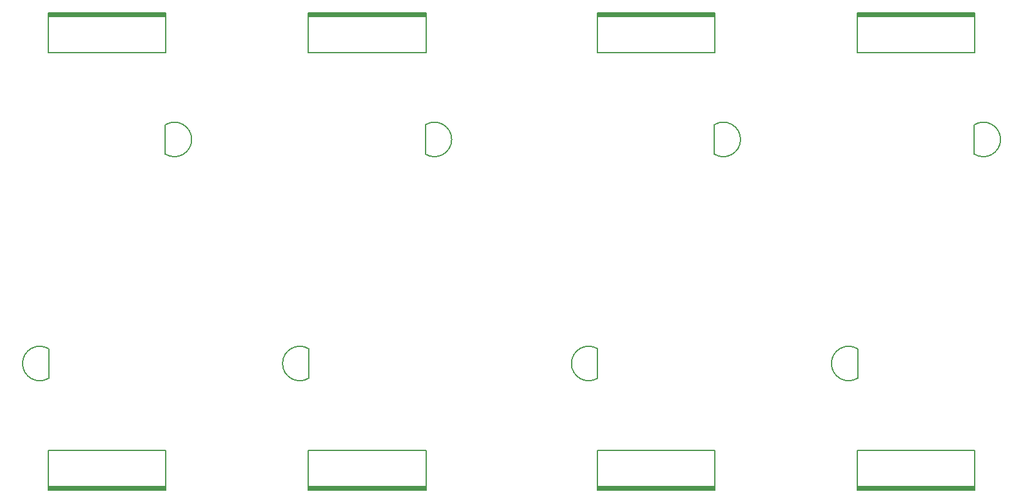
<source format=gbr>
%TF.GenerationSoftware,Altium Limited,Altium Designer,25.8.1 (18)*%
G04 Layer_Color=32896*
%FSLAX45Y45*%
%MOMM*%
%TF.SameCoordinates,304ADD41-B96C-4BE1-A440-764D1465AFBB*%
%TF.FilePolarity,Positive*%
%TF.FileFunction,Legend,Bot*%
%TF.Part,Single*%
G01*
G75*
%TA.AperFunction,NonConductor*%
%ADD90C,0.20000*%
%ADD95R,16.30000X0.54500*%
D90*
X1192868Y-1346638D02*
G03*
X1192868Y-1753362I-125101J-203362D01*
G01*
X2807132Y1346638D02*
G03*
X2807132Y1753362I125101J203362D01*
G01*
X6407132Y1346638D02*
G03*
X6407132Y1753362I125101J203362D01*
G01*
X-4792868Y1346638D02*
G03*
X-4792868Y1753362I125101J203362D01*
G01*
X-1192868Y1346638D02*
G03*
X-1192868Y1753362I125101J203362D01*
G01*
X-6407132Y-1346638D02*
G03*
X-6407132Y-1753362I-125101J-203362D01*
G01*
X-2807132Y-1346638D02*
G03*
X-2807132Y-1753362I-125101J-203362D01*
G01*
X4792868Y-1346638D02*
G03*
X4792868Y-1753362I-125101J-203362D01*
G01*
X1192768Y-1753200D02*
Y-1346800D01*
X2807232Y1346800D02*
Y1753200D01*
X6407232Y1346800D02*
Y1753200D01*
X-4792768Y1346800D02*
Y1753200D01*
X-1192769Y1346800D02*
Y1753200D01*
X-6407232Y-1753200D02*
Y-1346800D01*
X-2807232Y-1753200D02*
Y-1346800D01*
X4792768Y-1753200D02*
Y-1346800D01*
X4785000Y-3304500D02*
Y-3250000D01*
X6415000D01*
Y-3304500D02*
Y-3250000D01*
Y-3304500D02*
Y-2750000D01*
X4785000D02*
X6415000D01*
X4785000Y-3304500D02*
Y-2750000D01*
Y-3304500D02*
X6415000D01*
Y3250000D02*
Y3304500D01*
X4785000Y3250000D02*
X6415000D01*
X4785000D02*
Y3304500D01*
Y2750000D02*
Y3304500D01*
Y2750000D02*
X6415000D01*
Y3304500D01*
X4785000D02*
X6415000D01*
X1185000Y-3304500D02*
Y-3250000D01*
X2815000D01*
Y-3304500D02*
Y-3250000D01*
Y-3304500D02*
Y-2750000D01*
X1185000D02*
X2815000D01*
X1185000Y-3304500D02*
Y-2750000D01*
Y-3304500D02*
X2815000D01*
Y3250000D02*
Y3304500D01*
X1185000Y3250000D02*
X2815000D01*
X1185000D02*
Y3304500D01*
Y2750000D02*
Y3304500D01*
Y2750000D02*
X2815000D01*
Y3304500D01*
X1185000D02*
X2815000D01*
X-2815000Y-3304500D02*
Y-3250000D01*
X-1185000D01*
Y-3304500D02*
Y-3250000D01*
Y-3304500D02*
Y-2750000D01*
X-2815000D02*
X-1185000D01*
X-2815000Y-3304500D02*
Y-2750000D01*
Y-3304500D02*
X-1185000D01*
Y3250000D02*
Y3304500D01*
X-2815000Y3250000D02*
X-1185000D01*
X-2815000D02*
Y3304500D01*
Y2750000D02*
Y3304500D01*
Y2750000D02*
X-1185000D01*
Y3304500D01*
X-2815000D02*
X-1185000D01*
X-6415000Y-3304500D02*
Y-3250000D01*
X-4785000D01*
Y-3304500D02*
Y-3250000D01*
Y-3304500D02*
Y-2750000D01*
X-6415000D02*
X-4785000D01*
X-6415000Y-3304500D02*
Y-2750000D01*
Y-3304500D02*
X-4785000D01*
Y3250000D02*
Y3304500D01*
X-6415000Y3250000D02*
X-4785000D01*
X-6415000D02*
Y3304500D01*
Y2750000D02*
Y3304500D01*
Y2750000D02*
X-4785000D01*
Y3304500D01*
X-6415000D02*
X-4785000D01*
D95*
X5600000Y-3277246D02*
D03*
Y3277245D02*
D03*
X2000000Y-3277246D02*
D03*
Y3277245D02*
D03*
X-2000000Y-3277246D02*
D03*
Y3277245D02*
D03*
X-5600000Y-3277246D02*
D03*
Y3277245D02*
D03*
%TF.MD5,bd8435cb4626056f2d36957858578aeb*%
M02*

</source>
